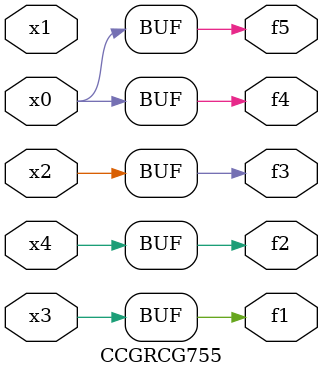
<source format=v>
module CCGRCG755(
	input x0, x1, x2, x3, x4,
	output f1, f2, f3, f4, f5
);
	assign f1 = x3;
	assign f2 = x4;
	assign f3 = x2;
	assign f4 = x0;
	assign f5 = x0;
endmodule

</source>
